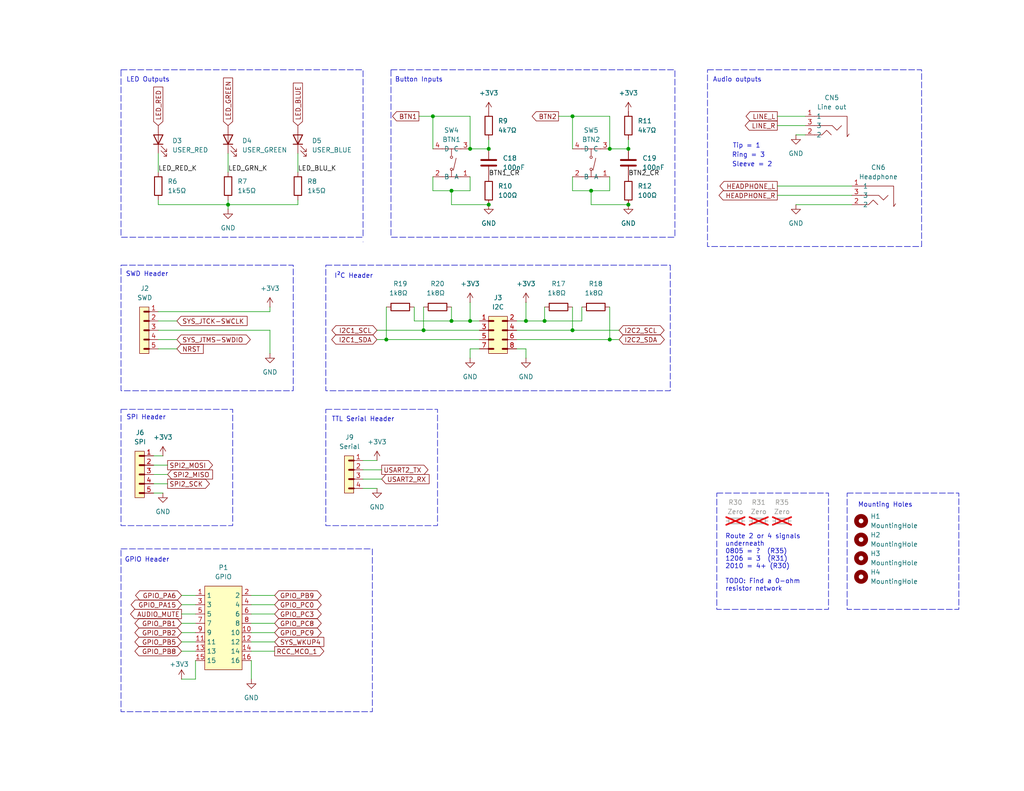
<source format=kicad_sch>
(kicad_sch (version 20231120) (generator "eeschema") (generator_version "8.0")
  (paper "USLetter")
  (title_block (title "User Interface") (date "2024-10-12") (rev "1") (company "Douglas P. Fields, Jr."))
  (lib_symbols
    (symbol "Device:C" (pin_numbers hide) (pin_names (offset 0.254))
      (property "Reference" "C" (at 0.635 2.54 0))
      (property "Value" "C" (at 0.635 -2.54 0))
      (symbol "C_0_1"
        (polyline (pts (xy -2.032 -0.762) (xy 2.032 -0.762)) (stroke (width 0.508)))
        (polyline (pts (xy -2.032 0.762) (xy 2.032 0.762)) (stroke (width 0.508)))
      )
      (symbol "C_1_1"
        (pin passive line (at 0 3.81 270) (length 2.794) (name "~") (number "1"))
        (pin passive line (at 0 -3.81 90) (length 2.794) (name "~") (number "2"))
      )
    )
    (symbol "Device:LED" (pin_numbers hide) (pin_names (offset 1.016) hide)
      (property "Reference" "D" (at 0 2.54 0))
      (property "Value" "LED" (at 0 -2.54 0))
      (symbol "LED_0_1"
        (polyline (pts (xy -1.27 -1.27) (xy -1.27 1.27)) (stroke (width 0.254)))
        (polyline (pts (xy -1.27 0) (xy 1.27 0)))
        (polyline (pts (xy 1.27 -1.27) (xy 1.27 1.27) (xy -1.27 0) (xy 1.27 -1.27)) (stroke (width 0.254)))
        (polyline (pts (xy -3.048 -0.762) (xy -4.572 -2.286) (xy -3.81 -2.286) (xy -4.572 -2.286) (xy -4.572 -1.524)))
        (polyline (pts (xy -1.778 -0.762) (xy -3.302 -2.286) (xy -2.54 -2.286) (xy -3.302 -2.286) (xy -3.302 -1.524)))
      )
      (symbol "LED_1_1"
        (pin passive line (at -3.81 0 0) (length 2.54) (name "K") (number "1"))
        (pin passive line (at 3.81 0 180) (length 2.54) (name "A") (number "2"))
      )
    )
    (symbol "Device:R" (pin_numbers hide) (pin_names (offset 0))
      (property "Reference" "R" (at 2.032 0 90))
      (property "Value" "R" (at 0 0 90))
      (symbol "R_0_1"
        (rectangle (start -1.016 -2.54) (end 1.016 2.54) (stroke (width 0.254)))
      )
      (symbol "R_1_1"
        (pin passive line (at 0 3.81 270) (length 1.27) (name "~") (number "1"))
        (pin passive line (at 0 -3.81 90) (length 1.27) (name "~") (number "2"))
      )
    )
    (symbol "Device:R_Small" (pin_numbers hide) (pin_names (offset 0.254) hide)
      (property "Reference" "R" (at 0.762 0.508 0))
      (property "Value" "R_Small" (at 0.762 -1.016 0))
      (symbol "R_Small_0_1"
        (rectangle (start -0.762 1.778) (end 0.762 -1.778) (stroke (width 0.2032)))
      )
      (symbol "R_Small_1_1"
        (pin passive line (at 0 2.54 270) (length 0.762) (name "~") (number "1"))
        (pin passive line (at 0 -2.54 90) (length 0.762) (name "~") (number "2"))
      )
    )
    (symbol "Mechanical:MountingHole" (pin_names (offset 1.016)) (exclude_from_sim yes) (in_bom no)
      (property "Reference" "H" (at 0 5.08 0))
      (property "Value" "MountingHole" (at 0 3.175 0))
      (symbol "MountingHole_0_1"
        (circle (center 0 0) (radius 1.27) (stroke (width 1.27)))
      )
    )
    (symbol "PCM_SL_Pin_Headers:PINHD_1x4_Male"
      (property "Reference" "J" (at 0 8.89 0))
      (property "Value" "PINHD_1x4_Male" (at 0 6.35 0))
      (symbol "PINHD_1x4_Male_0_1"
        (rectangle (start -1.27 5.08) (end 1.27 -5.08) (fill (type background)))
        (polyline (pts (xy -1.27 -3.81) (xy 0 -3.81)) (stroke (width 0.3)))
        (polyline (pts (xy -1.27 -3.81) (xy 0 -3.81)) (stroke (width 0.5)))
        (polyline (pts (xy -1.27 -1.27) (xy 0 -1.27)) (stroke (width 0.3)))
        (polyline (pts (xy -1.27 -1.27) (xy 0 -1.27)) (stroke (width 0.5)))
        (polyline (pts (xy -1.27 1.27) (xy 0 1.27)) (stroke (width 0.3)))
        (polyline (pts (xy -1.27 1.27) (xy 0 1.27)) (stroke (width 0.5)))
        (polyline (pts (xy -1.27 3.81) (xy 0 3.81)) (stroke (width 0.3)))
        (polyline (pts (xy -1.27 3.81) (xy 0 3.81)) (stroke (width 0.5)))
      )
      (symbol "PINHD_1x4_Male_1_1"
        (pin passive line (at -3.81 3.81 0) (length 2.54) (name "") (number "1"))
        (pin passive line (at -3.81 1.27 0) (length 2.54) (name "") (number "2"))
        (pin passive line (at -3.81 -1.27 0) (length 2.54) (name "") (number "3"))
        (pin passive line (at -3.81 -3.81 0) (length 2.54) (name "") (number "4"))
      )
    )
    (symbol "PCM_SL_Pin_Headers:PINHD_1x5_Male"
      (property "Reference" "J" (at 0 10.16 0))
      (property "Value" "PINHD_1x5_Male" (at 0 7.62 0))
      (symbol "PINHD_1x5_Male_0_1"
        (rectangle (start -1.27 6.35) (end 1.27 -6.35) (fill (type background)))
        (polyline (pts (xy -1.27 -5.08) (xy 0 -5.08)) (stroke (width 0.3)))
        (polyline (pts (xy -1.27 -5.08) (xy 0 -5.08)) (stroke (width 0.5)))
        (polyline (pts (xy -1.27 -2.54) (xy 0 -2.54)) (stroke (width 0.3)))
        (polyline (pts (xy -1.27 -2.54) (xy 0 -2.54)) (stroke (width 0.5)))
        (polyline (pts (xy -1.27 0) (xy 0 0)) (stroke (width 0.3)))
        (polyline (pts (xy -1.27 0) (xy 0 0)) (stroke (width 0.5)))
        (polyline (pts (xy -1.27 2.54) (xy 0 2.54)) (stroke (width 0.3)))
        (polyline (pts (xy -1.27 2.54) (xy 0 2.54)) (stroke (width 0.5)))
        (polyline (pts (xy -1.27 5.08) (xy 0 5.08)) (stroke (width 0.3)))
        (polyline (pts (xy -1.27 5.08) (xy 0 5.08)) (stroke (width 0.5)))
      )
      (symbol "PINHD_1x5_Male_1_1"
        (pin passive line (at -3.81 5.08 0) (length 2.54) (name "") (number "1"))
        (pin passive line (at -3.81 2.54 0) (length 2.54) (name "") (number "2"))
        (pin passive line (at -3.81 0 0) (length 2.54) (name "") (number "3"))
        (pin passive line (at -3.81 -2.54 0) (length 2.54) (name "") (number "4"))
        (pin passive line (at -3.81 -5.08 0) (length 2.54) (name "") (number "5"))
      )
    )
    (symbol "PCM_SL_Pin_Headers:PINHD_2x4_Male"
      (property "Reference" "J" (at -1.27 8.89 0))
      (property "Value" "PINHD_2x4_Male" (at -1.27 6.35 0))
      (symbol "PINHD_2x4_Male_0_1"
        (rectangle (start -2.54 5.08) (end 2.54 -5.08) (fill (type background)))
        (polyline (pts (xy -2.54 -3.81) (xy -1.27 -3.81)) (stroke (width 0.5)))
        (polyline (pts (xy -2.54 -1.27) (xy -1.27 -1.27)) (stroke (width 0.5)))
        (polyline (pts (xy -2.54 1.27) (xy -1.27 1.27)) (stroke (width 0.3)))
        (polyline (pts (xy -2.54 1.27) (xy -1.27 1.27)) (stroke (width 0.5)))
        (polyline (pts (xy -2.54 3.81) (xy -1.27 3.81)) (stroke (width 0.5)))
        (polyline (pts (xy 1.27 -3.81) (xy 2.54 -3.81)) (stroke (width 0.5)))
        (polyline (pts (xy 1.27 -1.27) (xy 2.54 -1.27)) (stroke (width 0.5)))
        (polyline (pts (xy 1.27 1.27) (xy 2.54 1.27)) (stroke (width 0.5)))
        (polyline (pts (xy 1.27 3.81) (xy 2.54 3.81)) (stroke (width 0.5)))
      )
      (symbol "PINHD_2x4_Male_1_1"
        (pin passive line (at -5.08 3.81 0) (length 2.54) (name "") (number "1"))
        (pin passive line (at 5.08 3.81 180) (length 2.54) (name "") (number "2"))
        (pin passive line (at -5.08 1.27 0) (length 2.54) (name "") (number "3"))
        (pin passive line (at 5.08 1.27 180) (length 2.54) (name "") (number "4"))
        (pin passive line (at -5.08 -1.27 0) (length 2.54) (name "") (number "5"))
        (pin passive line (at 5.08 -1.27 180) (length 2.54) (name "") (number "6"))
        (pin passive line (at -5.08 -3.81 0) (length 2.54) (name "") (number "7"))
        (pin passive line (at 5.08 -3.81 180) (length 2.54) (name "") (number "8"))
      )
    )
    (symbol "easyeda2kicad:Header-Male-2.54_2x8"
      (property "Reference" "P" (at 0 13.97 0))
      (property "Value" "Header-Male-2.54_2x8" (at 0 -13.97 0))
      (symbol "Header-Male-2.54_2x8_0_1"
        (rectangle (start -5.08 11.43) (end 5.08 -11.43) (fill (type background)))
        (pin input line (at -7.62 8.89 0) (length 2.54) (name "1") (number "1"))
        (pin input line (at 7.62 -1.27 180) (length 2.54) (name "10") (number "10"))
        (pin input line (at -7.62 -3.81 0) (length 2.54) (name "11") (number "11"))
        (pin input line (at 7.62 -3.81 180) (length 2.54) (name "12") (number "12"))
        (pin input line (at -7.62 -6.35 0) (length 2.54) (name "13") (number "13"))
        (pin input line (at 7.62 -6.35 180) (length 2.54) (name "14") (number "14"))
        (pin input line (at -7.62 -8.89 0) (length 2.54) (name "15") (number "15"))
        (pin input line (at 7.62 -8.89 180) (length 2.54) (name "16") (number "16"))
        (pin input line (at 7.62 8.89 180) (length 2.54) (name "2") (number "2"))
        (pin input line (at -7.62 6.35 0) (length 2.54) (name "3") (number "3"))
        (pin input line (at 7.62 6.35 180) (length 2.54) (name "4") (number "4"))
        (pin input line (at -7.62 3.81 0) (length 2.54) (name "5") (number "5"))
        (pin input line (at 7.62 3.81 180) (length 2.54) (name "6") (number "6"))
        (pin input line (at -7.62 1.27 0) (length 2.54) (name "7") (number "7"))
        (pin input line (at 7.62 1.27 180) (length 2.54) (name "8") (number "8"))
        (pin input line (at -7.62 -1.27 0) (length 2.54) (name "9") (number "9"))
      )
    )
    (symbol "easyeda2kicad:PJ-321A-4A"
      (property "Reference" "CN" (at 0 7.62 0))
      (property "Value" "PJ-321A-4A" (at 0 -7.62 0))
      (symbol "PJ-321A-4A_0_1"
        (polyline (pts (xy 0 -2.54) (xy -2.03 -2.54) (xy -3.3 -1.27) (xy -4.57 -2.54)))
        (polyline (pts (xy 0 0) (xy -4.83 0) (xy -6.1 -1.27) (xy -7.37 0)))
        (polyline (pts (xy 0 2.54) (xy -8.89 2.54) (xy -8.89 -3.05) (xy -9.4 -2.29)))
        (pin input line (at 2.54 2.54 180) (length 2.54) (name "1") (number "1"))
        (pin input line (at 2.54 -2.54 180) (length 2.54) (name "2") (number "2"))
        (pin input line (at 2.54 0 180) (length 2.54) (name "3") (number "3"))
      )
    )
    (symbol "easyeda2kicad:TS-1187A-B-A-B"
      (property "Reference" "SW" (at 0 7.62 0))
      (property "Value" "TS-1187A-B-A-B" (at 0 -10.16 0))
      (symbol "TS-1187A-B-A-B_0_1"
        (circle (center 0 -2.79) (radius 0.32))
        (polyline (pts (xy -2.54 -5.08) (xy 2.54 -5.08)))
        (polyline (pts (xy -2.54 2.54) (xy 2.54 2.54)))
        (polyline (pts (xy -0.51 0.76) (xy -1.27 -2.54)))
        (polyline (pts (xy 0 -3.3) (xy 0 -5.08)))
        (polyline (pts (xy 0 0.76) (xy 0 2.54)))
        (circle (center 0 0.51) (radius 0.32))
        (pin unspecified line (at -5.08 2.54 0) (length 2.54) (name "A") (number "1"))
        (pin unspecified line (at 5.08 2.54 180) (length 2.54) (name "B") (number "2"))
        (pin unspecified line (at -5.08 -5.08 0) (length 2.54) (name "C") (number "3"))
        (pin unspecified line (at 5.08 -5.08 180) (length 2.54) (name "D") (number "4"))
      )
    )
    (symbol "power:+3V3" (power) (pin_numbers hide) (pin_names (offset 0) hide)
      (property "Value" "+3V3" (at 0 3.556 0))
      (symbol "+3V3_0_1"
        (polyline (pts (xy -0.762 1.27) (xy 0 2.54)))
        (polyline (pts (xy 0 0) (xy 0 2.54)))
        (polyline (pts (xy 0 2.54) (xy 0.762 1.27)))
      )
      (symbol "+3V3_1_1"
        (pin power_in line (at 0 0 90) (length 0) (name "~") (number "1"))
      )
    )
    (symbol "power:GND" (power) (pin_numbers hide) (pin_names (offset 0) hide)
      (property "Value" "GND" (at 0 -3.81 0))
      (symbol "GND_0_1"
        (polyline (pts (xy 0 0) (xy 0 -1.27) (xy 1.27 -1.27) (xy 0 -2.54) (xy -1.27 -1.27) (xy 0 -1.27)))
      )
      (symbol "GND_1_1"
        (pin power_in line (at 0 0 270) (length 0) (name "~") (number "1"))
      )
    )
  )
  (junction (at 133.35 55.88))
  (junction (at 128.27 87.63))
  (junction (at 105.41 92.71))
  (junction (at 171.45 55.88))
  (junction (at 133.35 40.64))
  (junction (at 123.19 52.07))
  (junction (at 156.21 31.75))
  (junction (at 143.51 87.63))
  (junction (at 62.23 55.88))
  (junction (at 166.37 40.64))
  (junction (at 128.27 40.64))
  (junction (at 115.57 90.17))
  (junction (at 148.59 87.63))
  (junction (at 156.21 90.17))
  (junction (at 161.29 52.07))
  (junction (at 118.11 31.75))
  (junction (at 171.45 40.64))
  (junction (at 123.19 87.63))
  (junction (at 166.37 92.71))
  (wire (pts (xy 43.18 85.09) (xy 73.66 85.09)))
  (wire (pts (xy 156.21 90.17) (xy 168.91 90.17)))
  (wire (pts (xy 115.57 90.17) (xy 130.81 90.17)))
  (wire (pts (xy 68.58 180.34) (xy 68.58 185.42)))
  (wire (pts (xy 156.21 31.75) (xy 156.21 40.64)))
  (wire (pts (xy 123.19 87.63) (xy 128.27 87.63)))
  (wire (pts (xy 68.58 170.18) (xy 74.93 170.18)))
  (wire (pts (xy 128.27 48.26) (xy 128.27 52.07)))
  (wire (pts (xy 143.51 97.79) (xy 143.51 95.25)))
  (wire (pts (xy 81.28 41.91) (xy 81.28 46.99)))
  (wire (pts (xy 49.53 185.42) (xy 53.34 185.42)))
  (wire (pts (xy 166.37 48.26) (xy 166.37 52.07)))
  (wire (pts (xy 140.97 92.71) (xy 166.37 92.71)))
  (wire (pts (xy 105.41 83.82) (xy 105.41 92.71)))
  (wire (pts (xy 73.66 83.82) (xy 73.66 85.09)))
  (wire (pts (xy 133.35 38.1) (xy 133.35 40.64)))
  (wire (pts (xy 49.53 165.1) (xy 53.34 165.1)))
  (wire (pts (xy 49.53 162.56) (xy 53.34 162.56)))
  (wire (pts (xy 166.37 40.64) (xy 171.45 40.64)))
  (wire (pts (xy 212.09 53.34) (xy 232.41 53.34)))
  (wire (pts (xy 62.23 54.61) (xy 62.23 55.88)))
  (wire (pts (xy 99.06 130.81) (xy 104.14 130.81)))
  (wire (pts (xy 123.19 83.82) (xy 123.19 87.63)))
  (wire (pts (xy 68.58 172.72) (xy 74.93 172.72)))
  (wire (pts (xy 102.87 90.17) (xy 115.57 90.17)))
  (wire (pts (xy 43.18 90.17) (xy 73.66 90.17)))
  (wire (pts (xy 73.66 90.17) (xy 73.66 96.52)))
  (wire (pts (xy 128.27 40.64) (xy 133.35 40.64)))
  (wire (pts (xy 68.58 165.1) (xy 74.93 165.1)))
  (wire (pts (xy 118.11 31.75) (xy 128.27 31.75)))
  (wire (pts (xy 128.27 87.63) (xy 130.81 87.63)))
  (wire (pts (xy 43.18 92.71) (xy 48.26 92.71)))
  (wire (pts (xy 161.29 55.88) (xy 161.29 52.07)))
  (wire (pts (xy 41.91 132.08) (xy 45.72 132.08)))
  (wire (pts (xy 62.23 41.91) (xy 62.23 46.99)))
  (wire (pts (xy 68.58 162.56) (xy 74.93 162.56)))
  (wire (pts (xy 102.87 92.71) (xy 105.41 92.71)))
  (wire (pts (xy 143.51 87.63) (xy 143.51 82.55)))
  (wire (pts (xy 123.19 55.88) (xy 123.19 52.07)))
  (wire (pts (xy 49.53 170.18) (xy 53.34 170.18)))
  (wire (pts (xy 166.37 83.82) (xy 166.37 92.71)))
  (wire (pts (xy 130.81 95.25) (xy 128.27 95.25)))
  (wire (pts (xy 99.06 128.27) (xy 104.14 128.27)))
  (wire (pts (xy 113.03 87.63) (xy 123.19 87.63)))
  (wire (pts (xy 171.45 38.1) (xy 171.45 40.64)))
  (wire (pts (xy 156.21 52.07) (xy 156.21 48.26)))
  (wire (pts (xy 166.37 92.71) (xy 168.91 92.71)))
  (wire (pts (xy 43.18 55.88) (xy 43.18 54.61)))
  (wire (pts (xy 68.58 175.26) (xy 74.93 175.26)))
  (wire (pts (xy 166.37 52.07) (xy 161.29 52.07)))
  (wire (pts (xy 217.17 36.83) (xy 219.71 36.83)))
  (wire (pts (xy 212.09 50.8) (xy 232.41 50.8)))
  (wire (pts (xy 115.57 83.82) (xy 115.57 90.17)))
  (wire (pts (xy 43.18 41.91) (xy 43.18 46.99)))
  (wire (pts (xy 105.41 92.71) (xy 130.81 92.71)))
  (wire (pts (xy 166.37 31.75) (xy 166.37 40.64)))
  (wire (pts (xy 99.06 133.35) (xy 102.87 133.35)))
  (wire (pts (xy 49.53 167.64) (xy 53.34 167.64)))
  (wire (pts (xy 43.18 95.25) (xy 48.26 95.25)))
  (wire (pts (xy 161.29 52.07) (xy 156.21 52.07)))
  (wire (pts (xy 41.91 124.46) (xy 44.45 124.46)))
  (wire (pts (xy 49.53 172.72) (xy 53.34 172.72)))
  (wire (pts (xy 148.59 83.82) (xy 148.59 87.63)))
  (wire (pts (xy 158.75 83.82) (xy 158.75 87.63)))
  (wire (pts (xy 62.23 55.88) (xy 81.28 55.88)))
  (wire (pts (xy 128.27 95.25) (xy 128.27 97.79)))
  (wire (pts (xy 148.59 87.63) (xy 143.51 87.63)))
  (wire (pts (xy 49.53 175.26) (xy 53.34 175.26)))
  (wire (pts (xy 123.19 52.07) (xy 118.11 52.07)))
  (wire (pts (xy 128.27 82.55) (xy 128.27 87.63)))
  (wire (pts (xy 114.3 31.75) (xy 118.11 31.75)))
  (wire (pts (xy 161.29 55.88) (xy 171.45 55.88)))
  (wire (pts (xy 212.09 34.29) (xy 219.71 34.29)))
  (wire (pts (xy 212.09 31.75) (xy 219.71 31.75)))
  (wire (pts (xy 156.21 31.75) (xy 166.37 31.75)))
  (wire (pts (xy 128.27 31.75) (xy 128.27 40.64)))
  (wire (pts (xy 99.06 125.73) (xy 102.87 125.73)))
  (wire (pts (xy 41.91 127) (xy 45.72 127)))
  (wire (pts (xy 140.97 87.63) (xy 143.51 87.63)))
  (wire (pts (xy 217.17 55.88) (xy 232.41 55.88)))
  (wire (pts (xy 113.03 83.82) (xy 113.03 87.63)))
  (wire (pts (xy 43.18 55.88) (xy 62.23 55.88)))
  (wire (pts (xy 118.11 31.75) (xy 118.11 40.64)))
  (wire (pts (xy 118.11 52.07) (xy 118.11 48.26)))
  (wire (pts (xy 43.18 87.63) (xy 48.26 87.63)))
  (wire (pts (xy 140.97 95.25) (xy 143.51 95.25)))
  (wire (pts (xy 68.58 167.64) (xy 74.93 167.64)))
  (wire (pts (xy 156.21 83.82) (xy 156.21 90.17)))
  (wire (pts (xy 81.28 55.88) (xy 81.28 54.61)))
  (wire (pts (xy 62.23 55.88) (xy 62.23 57.15)))
  (wire (pts (xy 123.19 55.88) (xy 133.35 55.88)))
  (wire (pts (xy 41.91 134.62) (xy 44.45 134.62)))
  (wire (pts (xy 49.53 177.8) (xy 53.34 177.8)))
  (wire (pts (xy 158.75 87.63) (xy 148.59 87.63)))
  (wire (pts (xy 68.58 177.8) (xy 74.93 177.8)))
  (wire (pts (xy 152.4 31.75) (xy 156.21 31.75)))
  (wire (pts (xy 41.91 129.54) (xy 45.72 129.54)))
  (wire (pts (xy 53.34 185.42) (xy 53.34 180.34)))
  (wire (pts (xy 128.27 52.07) (xy 123.19 52.07)))
  (wire (pts (xy 140.97 90.17) (xy 156.21 90.17)))
  (rectangle (start 193.04 19.05) (end 251.46 67.31) (stroke (width 0) (type dash)))
  (rectangle (start 33.02 72.39) (end 80.01 106.68) (stroke (width 0) (type dash)))
  (rectangle (start 231.14 134.62) (end 261.62 166.37) (stroke (width 0) (type dash)))
  (rectangle (start 33.02 19.05) (end 99.06 64.77) (stroke (width 0) (type dash)))
  (rectangle (start 33.02 149.86) (end 101.6 194.31) (stroke (width 0) (type dash)))
  (rectangle (start 33.02 111.76) (end 63.5 143.51) (stroke (width 0) (type dash)))
  (rectangle (start 58.42 19.05) (end 58.42 19.05))
  (rectangle (start 195.58 134.62) (end 226.06 166.37) (stroke (width 0) (type dash)))
  (rectangle (start 88.9 111.76) (end 119.38 143.51) (stroke (width 0) (type dash)))
  (rectangle (start 88.9 72.39) (end 182.88 106.68) (stroke (width 0) (type dash)))
  (rectangle (start 106.68 19.05) (end 184.15 64.77) (stroke (width 0) (type dash)))
  (rectangle (start 99.06 66.04) (end 99.06 66.04))
  (text "Ring = 3" (at 204.216 42.418 0) (effects (font (size 1.27 1.27))))
  (text "Mounting Holes" (at 241.554 137.922 0) (effects (font (size 1.27 1.27))))
  (text "SPI Header" (at 39.878 114.046 0) (effects (font (size 1.27 1.27))))
  (text "SWD Header" (at 40.132 74.93 0) (effects (font (size 1.27 1.27))))
  (text "TTL Serial Header" (at 99.06 114.554 0) (effects (font (size 1.27 1.27))))
  (text "Tip = 1" (at 203.708 39.878 0) (effects (font (size 1.27 1.27))))
  (text "Sleeve = 2" (at 205.232 44.958 0) (effects (font (size 1.27 1.27))))
  (text "Route 2 or 4 signals\nunderneath\n0805 = ?  (R35)\n1206 = 3  (R31)\n2010 = 4+ (R30)\n\nTODO: Find a 0-ohm\nresistor network" (at 197.866 145.796 0) (effects (font (size 1.27 1.27)) (justify left top)))
  (text "Audio outputs" (at 201.168 21.844 0) (effects (font (size 1.27 1.27))))
  (text "GPIO Header" (at 40.132 152.908 0) (effects (font (size 1.27 1.27))))
  (text "I²C Header" (at 96.52 75.438 0) (effects (font (size 1.27 1.27))))
  (text "LED Outputs" (at 40.386 21.844 0) (effects (font (size 1.27 1.27))))
  (text "Button Inputs" (at 114.3 21.844 0) (effects (font (size 1.27 1.27))))
  (label "LED_BLU_K" (at 81.28 46.99 0))
  (label "BTN1_CR" (at 133.35 48.26 0))
  (label "LED_GRN_K" (at 62.23 46.99 0))
  (label "LED_RED_K" (at 43.18 46.99 0))
  (label "BTN2_CR" (at 171.45 48.26 0))
  (global_label "GPIO_PC3" (shape bidirectional) (at 74.93 167.64 0) (property "Intersheetrefs" "${INTERSHEET_REFS}" (effects (hide yes))))
  (global_label "LED_BLUE" (shape input) (at 81.28 34.29 90) (property "Intersheetrefs" "${INTERSHEET_REFS}" (effects (hide yes))))
  (global_label "GPIO_PB9" (shape bidirectional) (at 74.93 162.56 0) (property "Intersheetrefs" "${INTERSHEET_REFS}" (effects (hide yes))))
  (global_label "SPI2_MISO" (shape input) (at 45.72 129.54 0) (property "Intersheetrefs" "${INTERSHEET_REFS}" (effects (hide yes))))
  (global_label "AUDIO_MUTE" (shape output) (at 49.53 167.64 180) (property "Intersheetrefs" "${INTERSHEET_REFS}" (effects (hide yes))))
  (global_label "LINE_L" (shape output) (at 212.09 31.75 180) (property "Intersheetrefs" "${INTERSHEET_REFS}" (effects (hide yes))))
  (global_label "GPIO_PB8" (shape bidirectional) (at 49.53 177.8 180) (property "Intersheetrefs" "${INTERSHEET_REFS}" (effects (hide yes))))
  (global_label "I2C1_SDA" (shape bidirectional) (at 102.87 92.71 180) (property "Intersheetrefs" "${INTERSHEET_REFS}" (effects (hide yes))))
  (global_label "LINE_R" (shape output) (at 212.09 34.29 180) (property "Intersheetrefs" "${INTERSHEET_REFS}" (effects (hide yes))))
  (global_label "I2C1_SCL" (shape bidirectional) (at 102.87 90.17 180) (property "Intersheetrefs" "${INTERSHEET_REFS}" (effects (hide yes))))
  (global_label "GPIO_PC8" (shape bidirectional) (at 74.93 170.18 0) (property "Intersheetrefs" "${INTERSHEET_REFS}" (effects (hide yes))))
  (global_label "BTN1" (shape output) (at 114.3 31.75 180) (property "Intersheetrefs" "${INTERSHEET_REFS}" (effects (hide yes))))
  (global_label "GPIO_PA15" (shape bidirectional) (at 49.53 165.1 180) (property "Intersheetrefs" "${INTERSHEET_REFS}" (effects (hide yes))))
  (global_label "GPIO_PA6" (shape bidirectional) (at 49.53 162.56 180) (property "Intersheetrefs" "${INTERSHEET_REFS}" (effects (hide yes))))
  (global_label "LED_RED" (shape input) (at 43.18 34.29 90) (property "Intersheetrefs" "${INTERSHEET_REFS}" (effects (hide yes))))
  (global_label "BTN2" (shape output) (at 152.4 31.75 180) (property "Intersheetrefs" "${INTERSHEET_REFS}" (effects (hide yes))))
  (global_label "RCC_MCO_1" (shape output) (at 74.93 177.8 0) (property "Intersheetrefs" "${INTERSHEET_REFS}" (effects (hide yes))))
  (global_label "GPIO_PB1" (shape bidirectional) (at 49.53 170.18 180) (property "Intersheetrefs" "${INTERSHEET_REFS}" (effects (hide yes))))
  (global_label "USART2_RX" (shape input) (at 104.14 130.81 0) (property "Intersheetrefs" "${INTERSHEET_REFS}" (effects (hide yes))))
  (global_label "HEADPHONE_R" (shape output) (at 212.09 53.34 180) (property "Intersheetrefs" "${INTERSHEET_REFS}" (effects (hide yes))))
  (global_label "SPI2_SCK" (shape output) (at 45.72 132.08 0) (property "Intersheetrefs" "${INTERSHEET_REFS}" (effects (hide yes))))
  (global_label "GPIO_PC0" (shape bidirectional) (at 74.93 165.1 0) (property "Intersheetrefs" "${INTERSHEET_REFS}" (effects (hide yes))))
  (global_label "SYS_JTMS-SWDIO" (shape bidirectional) (at 48.26 92.71 0) (property "Intersheetrefs" "${INTERSHEET_REFS}" (effects (hide yes))))
  (global_label "GPIO_PC9" (shape bidirectional) (at 74.93 172.72 0) (property "Intersheetrefs" "${INTERSHEET_REFS}" (effects (hide yes))))
  (global_label "SYS_JTCK-SWCLK" (shape input) (at 48.26 87.63 0) (property "Intersheetrefs" "${INTERSHEET_REFS}" (effects (hide yes))))
  (global_label "I2C2_SDA" (shape bidirectional) (at 168.91 92.71 0) (property "Intersheetrefs" "${INTERSHEET_REFS}" (effects (hide yes))))
  (global_label "SYS_WKUP4" (shape input) (at 74.93 175.26 0) (property "Intersheetrefs" "${INTERSHEET_REFS}" (effects (hide yes))))
  (global_label "LED_GREEN" (shape input) (at 62.23 34.29 90) (property "Intersheetrefs" "${INTERSHEET_REFS}" (effects (hide yes))))
  (global_label "SPI2_MOSI" (shape output) (at 45.72 127 0) (property "Intersheetrefs" "${INTERSHEET_REFS}" (effects (hide yes))))
  (global_label "HEADPHONE_L" (shape output) (at 212.09 50.8 180) (property "Intersheetrefs" "${INTERSHEET_REFS}" (effects (hide yes))))
  (global_label "GPIO_PB2" (shape bidirectional) (at 49.53 172.72 180) (property "Intersheetrefs" "${INTERSHEET_REFS}" (effects (hide yes))))
  (global_label "I2C2_SCL" (shape bidirectional) (at 168.91 90.17 0) (property "Intersheetrefs" "${INTERSHEET_REFS}" (effects (hide yes))))
  (global_label "GPIO_PB5" (shape bidirectional) (at 49.53 175.26 180) (property "Intersheetrefs" "${INTERSHEET_REFS}" (effects (hide yes))))
  (global_label "USART2_TX" (shape output) (at 104.14 128.27 0) (property "Intersheetrefs" "${INTERSHEET_REFS}" (effects (hide yes))))
  (global_label "NRST" (shape input) (at 48.26 95.25 0) (property "Intersheetrefs" "${INTERSHEET_REFS}" (effects (hide yes))))
  (symbol (lib_id "power:GND") (at 133.35 55.88 0) (unit 1)
    (property "Reference" "#PWR025" (effects (hide yes)))
    (property "Value" "GND" (at 133.35 60.96 0))
    (property "Description" "Power symbol creates a global label with name \"GND\" , ground" (effects (hide yes)))
  )
  (symbol (lib_id "power:+3V3") (at 171.45 30.48 0) (unit 1)
    (property "Reference" "#PWR026" (effects (hide yes)))
    (property "Value" "+3V3" (at 171.45 25.4 0))
    (property "Description" "Power symbol creates a global label with name \"+3V3\"" (effects (hide yes)))
  )
  (symbol (lib_id "Mechanical:MountingHole") (at 234.95 152.4 0) (unit 1) (exclude_from_sim yes) (in_bom no)
    (property "Reference" "H3" (at 237.49 151.1299 0) (effects (justify left)))
    (property "Value" "MountingHole" (at 237.49 153.6699 0) (effects (justify left)))
    (property "Footprint" "MountingHole:MountingHole_2.2mm_M2" (effects (hide yes)))
    (property "Description" "Mounting Hole without connection" (effects (hide yes)))
  )
  (symbol (lib_id "Mechanical:MountingHole") (at 234.95 147.32 0) (unit 1) (exclude_from_sim yes) (in_bom no)
    (property "Reference" "H2" (at 237.49 146.0499 0) (effects (justify left)))
    (property "Value" "MountingHole" (at 237.49 148.5899 0) (effects (justify left)))
    (property "Footprint" "MountingHole:MountingHole_2.2mm_M2" (effects (hide yes)))
    (property "Description" "Mounting Hole without connection" (effects (hide yes)))
  )
  (symbol (lib_id "Device:R_Small") (at 213.36 142.24 90) (unit 1) (exclude_from_sim yes) (in_bom no) (on_board no) (dnp yes)
    (property "Reference" "R35" (at 213.36 137.16 90))
    (property "Value" "Zero" (at 213.36 139.7 90))
    (property "Footprint" "Resistor_SMD:R_0805_2012Metric" (effects (hide yes)))
    (property "Description" "Resistor, small symbol" (effects (hide yes)))
    (property "DPFNOTES" "For Routing" (effects (hide yes)))
  )
  (symbol (lib_id "Device:LED") (at 81.28 38.1 90) (unit 1)
    (property "Reference" "D5" (at 85.09 38.4174 90) (effects (justify right)))
    (property "Value" "USER_BLUE" (at 85.09 40.9574 90) (effects (justify right)))
    (property "Footprint" "LED_SMD:LED_0603_1608Metric" (effects (hide yes)))
    (property "Description" "Light emitting diode" (effects (hide yes)))
  )
  (symbol (lib_id "easyeda2kicad:TS-1187A-B-A-B") (at 123.19 45.72 180) (unit 1)
    (property "Reference" "SW4" (at 123.19 35.56 0))
    (property "Value" "BTN1" (at 123.19 38.1 0))
    (property "Footprint" "easyeda2kicad:SW-SMD_4P-L5.1-W5.1-P3.70-LS6.5-TL-2" (effects (hide yes)))
    (property "Datasheet" "https://lcsc.com/product-detail/Tactile-Switches_XKB-Enterprise-TS-1187-B-A-A_C318884.html" (effects (hide yes)))
    (property "LCSC Part" "C318884" (effects (hide yes)))
  )
  (symbol (lib_id "PCM_SL_Pin_Headers:PINHD_1x5_Male") (at 39.37 90.17 0) (mirror y) (unit 1)
    (property "Reference" "J2" (at 39.495 78.74 0))
    (property "Value" "SWD" (at 39.495 81.28 0))
    (property "Footprint" "Connector_PinHeader_2.54mm:PinHeader_1x05_P2.54mm_Vertical" (effects (hide yes)))
    (property "Description" "Pin Header male with pin space 2.54mm. Pin Count -5 PINHD_1x5_Male" (effects (hide yes)))
  )
  (symbol (lib_id "power:GND") (at 217.17 55.88 0) (unit 1)
    (property "Reference" "#PWR066" (effects (hide yes)))
    (property "Value" "GND" (at 217.17 60.96 0))
    (property "Description" "Power symbol creates a global label with name \"GND\" , ground" (effects (hide yes)))
  )
  (symbol (lib_id "PCM_SL_Pin_Headers:PINHD_1x4_Male") (at 95.25 129.54 0) (mirror y) (unit 1)
    (property "Reference" "J9" (at 95.375 119.38 0))
    (property "Value" "Serial" (at 95.375 121.92 0))
    (property "Footprint" "Connector_PinHeader_2.54mm:PinHeader_1x04_P2.54mm_Vertical" (effects (hide yes)))
    (property "Description" "Pin Header male with pin space 2.54mm. Pin Count -4" (effects (hide yes)))
  )
  (symbol (lib_id "easyeda2kicad:TS-1187A-B-A-B") (at 161.29 45.72 180) (unit 1)
    (property "Reference" "SW5" (at 161.29 35.56 0))
    (property "Value" "BTN2" (at 161.29 38.1 0))
    (property "Footprint" "easyeda2kicad:SW-SMD_4P-L5.1-W5.1-P3.70-LS6.5-TL-2" (effects (hide yes)))
    (property "Datasheet" "https://lcsc.com/product-detail/Tactile-Switches_XKB-Enterprise-TS-1187-B-A-A_C318884.html" (effects (hide yes)))
    (property "LCSC Part" "C318884" (effects (hide yes)))
  )
  (symbol (lib_id "Device:R") (at 43.18 50.8 0) (unit 1)
    (property "Reference" "R6" (at 45.72 49.5299 0) (effects (justify left)))
    (property "Value" "1k5Ω" (at 45.72 52.0699 0) (effects (justify left)))
    (property "Footprint" "Resistor_SMD:R_0402_1005Metric" (effects (hide yes)))
    (property "Description" "Resistor" (effects (hide yes)))
    (property "LCSC" "C25867" (effects (hide yes)))
  )
  (symbol (lib_id "power:GND") (at 62.23 57.15 0) (unit 1)
    (property "Reference" "#PWR023" (effects (hide yes)))
    (property "Value" "GND" (at 62.23 62.23 0))
    (property "Description" "Power symbol creates a global label with name \"GND\" , ground" (effects (hide yes)))
  )
  (symbol (lib_id "power:+3V3") (at 133.35 30.48 0) (unit 1)
    (property "Reference" "#PWR024" (effects (hide yes)))
    (property "Value" "+3V3" (at 133.35 25.4 0))
    (property "Description" "Power symbol creates a global label with name \"+3V3\"" (effects (hide yes)))
  )
  (symbol (lib_id "Device:R") (at 133.35 52.07 0) (unit 1)
    (property "Reference" "R10" (at 135.89 50.7999 0) (effects (justify left)))
    (property "Value" "100Ω" (at 135.89 53.3399 0) (effects (justify left)))
    (property "Footprint" "Resistor_SMD:R_0402_1005Metric" (effects (hide yes)))
    (property "Description" "Resistor" (effects (hide yes)))
  )
  (symbol (lib_id "Device:R") (at 109.22 83.82 90) (unit 1)
    (property "Reference" "R19" (at 109.22 77.47 90))
    (property "Value" "1k8Ω" (at 108.712 80.01 90))
    (property "Footprint" "Resistor_SMD:R_0402_1005Metric" (effects (hide yes)))
    (property "Description" "Resistor" (effects (hide yes)))
  )
  (symbol (lib_id "Device:R") (at 81.28 50.8 0) (unit 1)
    (property "Reference" "R8" (at 83.82 49.5299 0) (effects (justify left)))
    (property "Value" "1k5Ω" (at 83.82 52.0699 0) (effects (justify left)))
    (property "Footprint" "Resistor_SMD:R_0402_1005Metric" (effects (hide yes)))
    (property "Description" "Resistor" (effects (hide yes)))
    (property "LCSC" "C25867" (effects (hide yes)))
  )
  (symbol (lib_id "power:+3V3") (at 44.45 124.46 0) (unit 1)
    (property "Reference" "#PWR036" (effects (hide yes)))
    (property "Value" "+3V3" (at 44.45 119.38 0))
    (property "Description" "Power symbol creates a global label with name \"+3V3\"" (effects (hide yes)))
  )
  (symbol (lib_id "power:GND") (at 128.27 97.79 0) (unit 1)
    (property "Reference" "#PWR032" (effects (hide yes)))
    (property "Value" "GND" (at 128.27 102.87 0))
    (property "Description" "Power symbol creates a global label with name \"GND\" , ground" (effects (hide yes)))
  )
  (symbol (lib_id "easyeda2kicad:Header-Male-2.54_2x8") (at 60.96 171.45 0) (unit 1)
    (property "Reference" "P1" (at 60.96 154.94 0))
    (property "Value" "GPIO" (at 60.96 157.48 0))
    (property "Footprint" "easyeda2kicad:HDR-TH_16P-P2.54-V-M-R2-C8-S2.54" (effects (hide yes)))
    (property "Datasheet" "https://lcsc.com/product-detail/Male-Header_Headers-Pins2-8P-pitch2-54mm-Straight-line_C68234.html" (effects (hide yes)))
    (property "LCSC Part" "C68234" (effects (hide yes)))
    (property "LCSC" "C68234" (effects (hide yes)))
    (property "DPFNOTES" "BOOMELE(Boom Precision Elec) 2.54-2*8P Direct Insert Policy 2.54mm 16P 5.9mm 2.54mm Double Row Black 2x8P 2.54mm Plugin,P=2.54mm Pin Headers ROHS" (effects (hide yes)))
    (property "DPFURL" "https://jlcpcb.com/partdetail/boomele_boom_Precision_elec-2_54_28P/C68234" (effects (hide yes)))
  )
  (symbol (lib_id "Device:R") (at 171.45 52.07 0) (unit 1)
    (property "Reference" "R12" (at 173.99 50.7999 0) (effects (justify left)))
    (property "Value" "100Ω" (at 173.99 53.3399 0) (effects (justify left)))
    (property "Footprint" "Resistor_SMD:R_0402_1005Metric" (effects (hide yes)))
    (property "Description" "Resistor" (effects (hide yes)))
  )
  (symbol (lib_id "Device:LED") (at 43.18 38.1 90) (unit 1)
    (property "Reference" "D3" (at 46.99 38.4174 90) (effects (justify right)))
    (property "Value" "USER_RED" (at 46.99 40.9574 90) (effects (justify right)))
    (property "Footprint" "LED_SMD:LED_0603_1608Metric" (effects (hide yes)))
    (property "Description" "Light emitting diode" (effects (hide yes)))
    (property "LCSC" "C2286" (effects (hide yes)))
    (property "DPFNOTES" "Hubei KENTO Elec KT-0603R" (effects (hide yes)))
  )
  (symbol (lib_id "power:+3V3") (at 102.87 125.73 0) (unit 1)
    (property "Reference" "#PWR043" (effects (hide yes)))
    (property "Value" "+3V3" (at 102.87 120.65 0))
    (property "Description" "Power symbol creates a global label with name \"+3V3\"" (effects (hide yes)))
  )
  (symbol (lib_id "Device:R") (at 62.23 50.8 0) (unit 1)
    (property "Reference" "R7" (at 64.77 49.5299 0) (effects (justify left)))
    (property "Value" "1k5Ω" (at 64.77 52.0699 0) (effects (justify left)))
    (property "Footprint" "Resistor_SMD:R_0402_1005Metric" (effects (hide yes)))
    (property "Description" "Resistor" (effects (hide yes)))
    (property "LCSC" "C25867" (effects (hide yes)))
  )
  (symbol (lib_id "Device:R") (at 171.45 34.29 0) (unit 1)
    (property "Reference" "R11" (at 173.99 33.0199 0) (effects (justify left)))
    (property "Value" "4k7Ω" (at 173.99 35.5599 0) (effects (justify left)))
    (property "Footprint" "Resistor_SMD:R_0402_1005Metric" (effects (hide yes)))
    (property "Description" "Resistor" (effects (hide yes)))
  )
  (symbol (lib_id "Device:LED") (at 62.23 38.1 90) (unit 1)
    (property "Reference" "D4" (at 66.04 38.4174 90) (effects (justify right)))
    (property "Value" "USER_GREEN" (at 66.04 40.9574 90) (effects (justify right)))
    (property "Footprint" "LED_SMD:LED_0603_1608Metric" (effects (hide yes)))
    (property "Description" "Light emitting diode" (effects (hide yes)))
  )
  (symbol (lib_id "power:GND") (at 73.66 96.52 0) (unit 1)
    (property "Reference" "#PWR029" (effects (hide yes)))
    (property "Value" "GND" (at 73.66 101.6 0))
    (property "Description" "Power symbol creates a global label with name \"GND\" , ground" (effects (hide yes)))
  )
  (symbol (lib_id "Device:R") (at 133.35 34.29 0) (unit 1)
    (property "Reference" "R9" (at 135.89 33.0199 0) (effects (justify left)))
    (property "Value" "4k7Ω" (at 135.89 35.5599 0) (effects (justify left)))
    (property "Footprint" "Resistor_SMD:R_0402_1005Metric" (effects (hide yes)))
    (property "Description" "Resistor" (effects (hide yes)))
  )
  (symbol (lib_id "Device:R") (at 152.4 83.82 90) (unit 1)
    (property "Reference" "R17" (at 152.4 77.47 90))
    (property "Value" "1k8Ω" (at 151.892 80.01 90))
    (property "Footprint" "Resistor_SMD:R_0402_1005Metric" (effects (hide yes)))
    (property "Description" "Resistor" (effects (hide yes)))
  )
  (symbol (lib_id "power:GND") (at 171.45 55.88 0) (unit 1)
    (property "Reference" "#PWR027" (effects (hide yes)))
    (property "Value" "GND" (at 171.45 60.96 0))
    (property "Description" "Power symbol creates a global label with name \"GND\" , ground" (effects (hide yes)))
  )
  (symbol (lib_id "power:+3V3") (at 128.27 82.55 0) (unit 1)
    (property "Reference" "#PWR031" (effects (hide yes)))
    (property "Value" "+3V3" (at 128.27 77.47 0))
    (property "Description" "Power symbol creates a global label with name \"+3V3\"" (effects (hide yes)))
  )
  (symbol (lib_id "power:GND") (at 102.87 133.35 0) (unit 1)
    (property "Reference" "#PWR044" (effects (hide yes)))
    (property "Value" "GND" (at 102.87 138.43 0))
    (property "Description" "Power symbol creates a global label with name \"GND\" , ground" (effects (hide yes)))
  )
  (symbol (lib_id "Device:C") (at 171.45 44.45 0) (unit 1)
    (property "Reference" "C19" (at 175.26 43.1799 0) (effects (justify left)))
    (property "Value" "100nF" (at 175.26 45.7199 0) (effects (justify left)))
    (property "Footprint" "Capacitor_SMD:C_0402_1005Metric" (effects (hide yes)))
    (property "Description" "Unpolarized capacitor" (effects (hide yes)))
    (property "LCSC" "C307331" (effects (hide yes)))
  )
  (symbol (lib_id "easyeda2kicad:PJ-321A-4A") (at 234.95 53.34 0) (mirror y) (unit 1)
    (property "Reference" "CN6" (at 239.65 45.72 0))
    (property "Value" "Headphone" (at 239.65 48.26 0))
    (property "Footprint" "easyeda2kicad:AUDIO-SMD_PJ-321A-4A" (effects (hide yes)))
    (property "Datasheet" "https://lcsc.com/product-detail/Audio-Video-Connectors_Korean-Hroparts-Elec-PJ-321A-4A_C879743.html" (effects (hide yes)))
    (property "Description" "Korean Hroparts Elec PJ-321A-4A -20℃~+70℃ 3.5mm Headphone Jack 30V 500mA SMD Audio Connectors (Headphones) ROHS" (effects (hide yes)))
    (property "LCSC Part" "C879743" (effects (hide yes)))
    (property "LCSC" "C879743" (effects (hide yes)))
    (property "DPFNOTES" "In-stock 3.5mm TRS" (effects (hide yes)))
    (property "DPFURL" "https://jlcpcb.com/partdetail/Korean_HropartsElec-PJ_321A4A/C879743" (effects (hide yes)))
  )
  (symbol (lib_id "Device:R_Small") (at 207.01 142.24 90) (unit 1) (exclude_from_sim yes) (in_bom no) (on_board no) (dnp yes)
    (property "Reference" "R31" (at 207.01 137.16 90))
    (property "Value" "Zero" (at 207.01 139.7 90))
    (property "Footprint" "Resistor_SMD:R_1206_3216Metric" (effects (hide yes)))
    (property "Description" "Resistor, small symbol" (effects (hide yes)))
    (property "DPFNOTES" "For Routing" (effects (hide yes)))
  )
  (symbol (lib_id "power:+3V3") (at 49.53 185.42 0) (unit 1)
    (property "Reference" "#PWR034" (effects (hide yes)))
    (property "Value" "+3V3" (at 46.228 181.356 0) (effects (justify left)))
    (property "Description" "Power symbol creates a global label with name \"+3V3\"" (effects (hide yes)))
  )
  (symbol (lib_id "Mechanical:MountingHole") (at 234.95 142.24 0) (unit 1) (exclude_from_sim yes) (in_bom no)
    (property "Reference" "H1" (at 237.49 140.9699 0) (effects (justify left)))
    (property "Value" "MountingHole" (at 237.49 143.5099 0) (effects (justify left)))
    (property "Footprint" "MountingHole:MountingHole_2.2mm_M2" (effects (hide yes)))
    (property "Description" "Mounting Hole without connection" (effects (hide yes)))
  )
  (symbol (lib_id "power:+3V3") (at 143.51 82.55 0) (unit 1)
    (property "Reference" "#PWR030" (effects (hide yes)))
    (property "Value" "+3V3" (at 143.51 77.47 0))
    (property "Description" "Power symbol creates a global label with name \"+3V3\"" (effects (hide yes)))
  )
  (symbol (lib_id "power:GND") (at 44.45 134.62 0) (unit 1)
    (property "Reference" "#PWR037" (effects (hide yes)))
    (property "Value" "GND" (at 44.45 139.7 0))
    (property "Description" "Power symbol creates a global label with name \"GND\" , ground" (effects (hide yes)))
  )
  (symbol (lib_id "Device:R") (at 119.38 83.82 90) (unit 1)
    (property "Reference" "R20" (at 119.38 77.47 90))
    (property "Value" "1k8Ω" (at 118.872 80.01 90))
    (property "Footprint" "Resistor_SMD:R_0402_1005Metric" (effects (hide yes)))
    (property "Description" "Resistor" (effects (hide yes)))
  )
  (symbol (lib_id "PCM_SL_Pin_Headers:PINHD_1x5_Male") (at 38.1 129.54 0) (mirror y) (unit 1)
    (property "Reference" "J6" (at 38.225 118.11 0))
    (property "Value" "SPI" (at 38.225 120.65 0))
    (property "Footprint" "Connector_PinHeader_2.54mm:PinHeader_1x05_P2.54mm_Vertical" (effects (hide yes)))
    (property "Description" "Pin Header male with pin space 2.54mm. Pin Count -5 PINHD_1x5_Male" (effects (hide yes)))
  )
  (symbol (lib_id "PCM_SL_Pin_Headers:PINHD_2x4_Male") (at 135.89 91.44 0) (unit 1)
    (property "Reference" "J3" (at 135.89 81.28 0))
    (property "Value" "I2C" (at 135.89 83.82 0))
    (property "Footprint" "Connector_PinHeader_2.54mm:PinHeader_2x04_P2.54mm_Vertical" (effects (hide yes)))
    (property "Description" "Pin Header male with pin space 2.54mm. Pin Count -8" (effects (hide yes)))
  )
  (symbol (lib_id "easyeda2kicad:PJ-321A-4A") (at 222.25 34.29 0) (mirror y) (unit 1)
    (property "Reference" "CN5" (at 226.95 26.67 0))
    (property "Value" "Line out" (at 226.95 29.21 0))
    (property "Footprint" "easyeda2kicad:AUDIO-SMD_PJ-321A-4A" (effects (hide yes)))
    (property "Datasheet" "https://lcsc.com/product-detail/Audio-Video-Connectors_Korean-Hroparts-Elec-PJ-321A-4A_C879743.html" (effects (hide yes)))
    (property "Description" "Korean Hroparts Elec PJ-321A-4A -20℃~+70℃ 3.5mm Headphone Jack 30V 500mA SMD Audio Connectors (Headphones) ROHS" (effects (hide yes)))
    (property "LCSC Part" "C879743" (effects (hide yes)))
    (property "LCSC" "C879743" (effects (hide yes)))
    (property "DPFNOTES" "In-stock 3.5mm TRS" (effects (hide yes)))
    (property "DPFURL" "https://jlcpcb.com/partdetail/Korean_HropartsElec-PJ_321A4A/C879743" (effects (hide yes)))
  )
  (symbol (lib_id "power:+3V3") (at 73.66 83.82 0) (unit 1)
    (property "Reference" "#PWR028" (effects (hide yes)))
    (property "Value" "+3V3" (at 73.66 78.74 0))
    (property "Description" "Power symbol creates a global label with name \"+3V3\"" (effects (hide yes)))
  )
  (symbol (lib_id "Device:R") (at 162.56 83.82 90) (unit 1)
    (property "Reference" "R18" (at 162.56 77.47 90))
    (property "Value" "1k8Ω" (at 162.052 80.01 90))
    (property "Footprint" "Resistor_SMD:R_0402_1005Metric" (effects (hide yes)))
    (property "Description" "Resistor" (effects (hide yes)))
  )
  (symbol (lib_id "Device:C") (at 133.35 44.45 0) (unit 1)
    (property "Reference" "C18" (at 137.16 43.1799 0) (effects (justify left)))
    (property "Value" "100nF" (at 137.16 45.7199 0) (effects (justify left)))
    (property "Footprint" "Capacitor_SMD:C_0402_1005Metric" (effects (hide yes)))
    (property "Description" "Unpolarized capacitor" (effects (hide yes)))
    (property "LCSC" "C307331" (effects (hide yes)))
  )
  (symbol (lib_id "Mechanical:MountingHole") (at 234.95 157.48 0) (unit 1) (exclude_from_sim yes) (in_bom no)
    (property "Reference" "H4" (at 237.49 156.2099 0) (effects (justify left)))
    (property "Value" "MountingHole" (at 237.49 158.7499 0) (effects (justify left)))
    (property "Footprint" "MountingHole:MountingHole_2.2mm_M2" (effects (hide yes)))
    (property "Description" "Mounting Hole without connection" (effects (hide yes)))
  )
  (symbol (lib_id "Device:R_Small") (at 200.66 142.24 90) (unit 1) (exclude_from_sim yes) (in_bom no) (on_board no) (dnp yes)
    (property "Reference" "R30" (at 200.66 137.16 90))
    (property "Value" "Zero" (at 200.66 139.7 90))
    (property "Footprint" "Resistor_SMD:R_2010_5025Metric" (effects (hide yes)))
    (property "Description" "Resistor, small symbol" (effects (hide yes)))
    (property "DPFNOTES" "For Routing" (effects (hide yes)))
  )
  (symbol (lib_id "power:GND") (at 143.51 97.79 0) (unit 1)
    (property "Reference" "#PWR033" (effects (hide yes)))
    (property "Value" "GND" (at 143.51 102.87 0))
    (property "Description" "Power symbol creates a global label with name \"GND\" , ground" (effects (hide yes)))
  )
  (symbol (lib_id "power:GND") (at 68.58 185.42 0) (unit 1)
    (property "Reference" "#PWR035" (effects (hide yes)))
    (property "Value" "GND" (at 68.58 190.5 0))
    (property "Description" "Power symbol creates a global label with name \"GND\" , ground" (effects (hide yes)))
  )
  (symbol (lib_id "power:GND") (at 217.17 36.83 0) (unit 1)
    (property "Reference" "#PWR065" (effects (hide yes)))
    (property "Value" "GND" (at 217.17 41.91 0))
    (property "Description" "Power symbol creates a global label with name \"GND\" , ground" (effects (hide yes)))
  )
)
</source>
